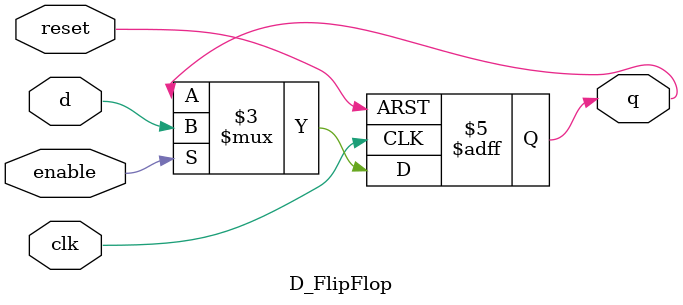
<source format=sv>
`timescale 1ns / 1ps


module D_FlipFlop(  output logic q,
                    input logic clk, reset, enable, d
                    );

always_ff @ (posedge clk or posedge reset)
begin
    if (reset)
    q <= 1'b0;
    else
        begin
            if (enable)
            q <= d;
            else
            q <= q;
        end
end

endmodule

</source>
